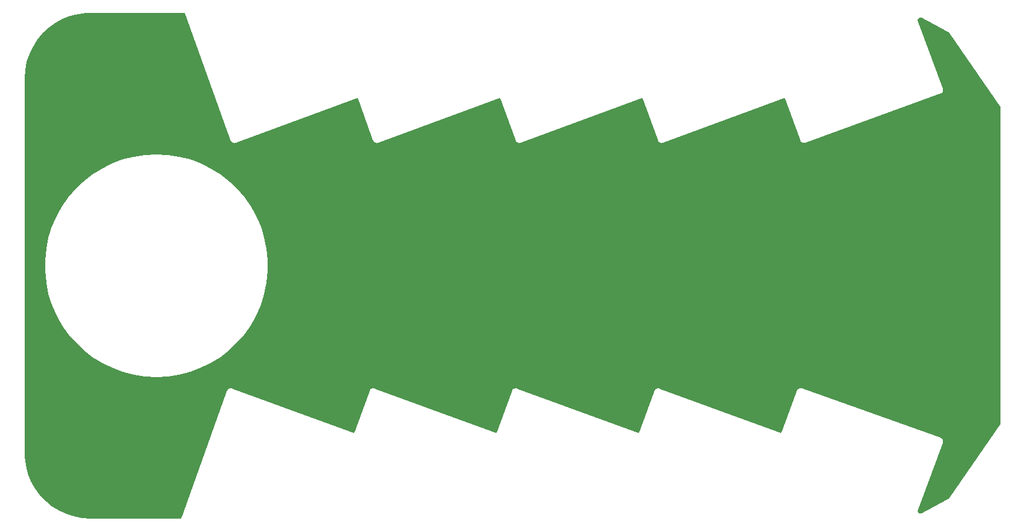
<source format=gbr>
%TF.GenerationSoftware,KiCad,Pcbnew,(5.1.8)-1*%
%TF.CreationDate,2023-04-23T23:39:47+09:00*%
%TF.ProjectId,face,66616365-2e6b-4696-9361-645f70636258,rev?*%
%TF.SameCoordinates,Original*%
%TF.FileFunction,Copper,L1,Top*%
%TF.FilePolarity,Positive*%
%FSLAX46Y46*%
G04 Gerber Fmt 4.6, Leading zero omitted, Abs format (unit mm)*
G04 Created by KiCad (PCBNEW (5.1.8)-1) date 2023-04-23 23:39:47*
%MOMM*%
%LPD*%
G01*
G04 APERTURE LIST*
%TA.AperFunction,ViaPad*%
%ADD10C,2.400000*%
%TD*%
%TA.AperFunction,Conductor*%
%ADD11C,0.254000*%
%TD*%
%TA.AperFunction,Conductor*%
%ADD12C,0.100000*%
%TD*%
G04 APERTURE END LIST*
D10*
%TO.N,GND*%
X72500000Y-67000000D03*
X72500000Y-129000000D03*
X202000000Y-75000000D03*
X202000000Y-121000000D03*
%TD*%
D11*
%TO.N,GND*%
X89865424Y-61669580D02*
X89928356Y-61688580D01*
X89986405Y-61719445D01*
X90024576Y-61750577D01*
X96568655Y-79994675D01*
X96577458Y-80028617D01*
X96604619Y-80084827D01*
X96631429Y-80141398D01*
X96632930Y-80143419D01*
X96634021Y-80145676D01*
X96671608Y-80195484D01*
X96708958Y-80245760D01*
X96710824Y-80247448D01*
X96712335Y-80249451D01*
X96758970Y-80291017D01*
X96805356Y-80332992D01*
X96807512Y-80334282D01*
X96809388Y-80335954D01*
X96863269Y-80367642D01*
X96916921Y-80399742D01*
X96919288Y-80400587D01*
X96921453Y-80401860D01*
X96980512Y-80422438D01*
X97039365Y-80443444D01*
X97041847Y-80443810D01*
X97044223Y-80444638D01*
X97106130Y-80453294D01*
X97167980Y-80462419D01*
X97170493Y-80462294D01*
X97172978Y-80462641D01*
X97235315Y-80459058D01*
X97297827Y-80455938D01*
X97300266Y-80455325D01*
X97302772Y-80455181D01*
X97363209Y-80439506D01*
X97423915Y-80424249D01*
X97455613Y-80409226D01*
X114906802Y-74000600D01*
X117068801Y-79995237D01*
X117077458Y-80028617D01*
X117104820Y-80085244D01*
X117132022Y-80142384D01*
X117133182Y-80143940D01*
X117134021Y-80145676D01*
X117171926Y-80195905D01*
X117209732Y-80246611D01*
X117211171Y-80247909D01*
X117212335Y-80249451D01*
X117259376Y-80291379D01*
X117306281Y-80333676D01*
X117307944Y-80334667D01*
X117309388Y-80335954D01*
X117363759Y-80367930D01*
X117417962Y-80400232D01*
X117419785Y-80400879D01*
X117421453Y-80401860D01*
X117481040Y-80422623D01*
X117540481Y-80443722D01*
X117542395Y-80444001D01*
X117544223Y-80444638D01*
X117606723Y-80453377D01*
X117669130Y-80462473D01*
X117671063Y-80462373D01*
X117672978Y-80462641D01*
X117735934Y-80459023D01*
X117798965Y-80455767D01*
X117800841Y-80455292D01*
X117802772Y-80455181D01*
X117863803Y-80439352D01*
X117924998Y-80423859D01*
X117956146Y-80409030D01*
X135406802Y-74000600D01*
X137568801Y-79995237D01*
X137577458Y-80028617D01*
X137604820Y-80085244D01*
X137632022Y-80142384D01*
X137633182Y-80143940D01*
X137634021Y-80145676D01*
X137671926Y-80195905D01*
X137709732Y-80246611D01*
X137711171Y-80247909D01*
X137712335Y-80249451D01*
X137759376Y-80291379D01*
X137806281Y-80333676D01*
X137807944Y-80334667D01*
X137809388Y-80335954D01*
X137863759Y-80367930D01*
X137917962Y-80400232D01*
X137919785Y-80400879D01*
X137921453Y-80401860D01*
X137981040Y-80422623D01*
X138040481Y-80443722D01*
X138042395Y-80444001D01*
X138044223Y-80444638D01*
X138106723Y-80453377D01*
X138169130Y-80462473D01*
X138171063Y-80462373D01*
X138172978Y-80462641D01*
X138235934Y-80459023D01*
X138298965Y-80455767D01*
X138300841Y-80455292D01*
X138302772Y-80455181D01*
X138363803Y-80439352D01*
X138424998Y-80423859D01*
X138456146Y-80409030D01*
X155906802Y-74000600D01*
X158068801Y-79995237D01*
X158077458Y-80028617D01*
X158104820Y-80085244D01*
X158132022Y-80142384D01*
X158133182Y-80143940D01*
X158134021Y-80145676D01*
X158171926Y-80195905D01*
X158209732Y-80246611D01*
X158211171Y-80247909D01*
X158212335Y-80249451D01*
X158259376Y-80291379D01*
X158306281Y-80333676D01*
X158307944Y-80334667D01*
X158309388Y-80335954D01*
X158363759Y-80367930D01*
X158417962Y-80400232D01*
X158419785Y-80400879D01*
X158421453Y-80401860D01*
X158481040Y-80422623D01*
X158540481Y-80443722D01*
X158542395Y-80444001D01*
X158544223Y-80444638D01*
X158606723Y-80453377D01*
X158669130Y-80462473D01*
X158671063Y-80462373D01*
X158672978Y-80462641D01*
X158735934Y-80459023D01*
X158798965Y-80455767D01*
X158800841Y-80455292D01*
X158802772Y-80455181D01*
X158863803Y-80439352D01*
X158924998Y-80423859D01*
X158956146Y-80409030D01*
X176406802Y-74000600D01*
X178568490Y-79994376D01*
X178576829Y-80026898D01*
X178604398Y-80084357D01*
X178632022Y-80142384D01*
X178632632Y-80143202D01*
X178633069Y-80144113D01*
X178671334Y-80195110D01*
X178709732Y-80246611D01*
X178710488Y-80247293D01*
X178711096Y-80248103D01*
X178758686Y-80290756D01*
X178806281Y-80333676D01*
X178807153Y-80334196D01*
X178807910Y-80334874D01*
X178863005Y-80367481D01*
X178917962Y-80400232D01*
X178918919Y-80400572D01*
X178919793Y-80401089D01*
X178980137Y-80422302D01*
X179040481Y-80443722D01*
X179041487Y-80443869D01*
X179042444Y-80444205D01*
X179105746Y-80453235D01*
X179169130Y-80462473D01*
X179170145Y-80462421D01*
X179171150Y-80462564D01*
X179234999Y-80459071D01*
X179298965Y-80455767D01*
X179299951Y-80455517D01*
X179300963Y-80455462D01*
X179362979Y-80439560D01*
X179424998Y-80423859D01*
X179455317Y-80409425D01*
X198896560Y-73330820D01*
X198929306Y-73322288D01*
X198986274Y-73294683D01*
X199044113Y-73266932D01*
X199045151Y-73266153D01*
X199046303Y-73265595D01*
X199096835Y-73227373D01*
X199148103Y-73188905D01*
X199148968Y-73187940D01*
X199149990Y-73187167D01*
X199192187Y-73139718D01*
X199234873Y-73092091D01*
X199235531Y-73090980D01*
X199236386Y-73090018D01*
X199268565Y-73035162D01*
X199301089Y-72980208D01*
X199301518Y-72978989D01*
X199302168Y-72977880D01*
X199323045Y-72917752D01*
X199344205Y-72857557D01*
X199344387Y-72856281D01*
X199344810Y-72855063D01*
X199353576Y-72791860D01*
X199362564Y-72728851D01*
X199362494Y-72727566D01*
X199362671Y-72726288D01*
X199358938Y-72662567D01*
X199355462Y-72599037D01*
X199355143Y-72597791D01*
X199355067Y-72596502D01*
X199338937Y-72534590D01*
X199323170Y-72473102D01*
X199308530Y-72442590D01*
X195689390Y-62621009D01*
X195702555Y-62577405D01*
X195732034Y-62521962D01*
X195771715Y-62473309D01*
X195820098Y-62433282D01*
X195875327Y-62403420D01*
X195935313Y-62384851D01*
X195997749Y-62378289D01*
X196060285Y-62383980D01*
X196131502Y-62404940D01*
X200045657Y-64505219D01*
X207340000Y-75203591D01*
X207340001Y-120796408D01*
X200045657Y-131494781D01*
X196138089Y-133591526D01*
X196071072Y-133613771D01*
X196008772Y-133621599D01*
X195946140Y-133617179D01*
X195885557Y-133600676D01*
X195829336Y-133572721D01*
X195779614Y-133534379D01*
X195738288Y-133487110D01*
X195706928Y-133432712D01*
X195689020Y-133379995D01*
X199309453Y-123554908D01*
X199324979Y-123521867D01*
X199339656Y-123462649D01*
X199355067Y-123403498D01*
X199355299Y-123399532D01*
X199356255Y-123395676D01*
X199359099Y-123334684D01*
X199362671Y-123273712D01*
X199362125Y-123269776D01*
X199362310Y-123265809D01*
X199353204Y-123205453D01*
X199344810Y-123144937D01*
X199343506Y-123141182D01*
X199342914Y-123137256D01*
X199322191Y-123079790D01*
X199302168Y-123022120D01*
X199300160Y-123018697D01*
X199298811Y-123014956D01*
X199267253Y-122962601D01*
X199236386Y-122909982D01*
X199233749Y-122907016D01*
X199231696Y-122903611D01*
X199190509Y-122858395D01*
X199149990Y-122812833D01*
X199146828Y-122810442D01*
X199144148Y-122807499D01*
X199094916Y-122771176D01*
X199046303Y-122734405D01*
X199042735Y-122732676D01*
X199039532Y-122730313D01*
X198984145Y-122704285D01*
X198929306Y-122677712D01*
X198893983Y-122668509D01*
X178952911Y-115589429D01*
X178924998Y-115576141D01*
X178891812Y-115567739D01*
X178890248Y-115567184D01*
X178860358Y-115559776D01*
X178798965Y-115544233D01*
X178797297Y-115544147D01*
X178795676Y-115543745D01*
X178732370Y-115540793D01*
X178669130Y-115537527D01*
X178667478Y-115537768D01*
X178665810Y-115537690D01*
X178603210Y-115547135D01*
X178540481Y-115556278D01*
X178538905Y-115556837D01*
X178537257Y-115557086D01*
X178477694Y-115578565D01*
X178417962Y-115599768D01*
X178416528Y-115600622D01*
X178414957Y-115601189D01*
X178360721Y-115633880D01*
X178306281Y-115666324D01*
X178305039Y-115667444D01*
X178303612Y-115668304D01*
X178256839Y-115710909D01*
X178209732Y-115753389D01*
X178208733Y-115754729D01*
X178207500Y-115755852D01*
X178169987Y-115806696D01*
X178132022Y-115857616D01*
X178131301Y-115859130D01*
X178130314Y-115860468D01*
X178103489Y-115917553D01*
X178090142Y-115945589D01*
X178089574Y-115947164D01*
X178075021Y-115978133D01*
X178067587Y-116008129D01*
X175906802Y-121999400D01*
X158456146Y-115590970D01*
X158424998Y-115576141D01*
X158363803Y-115560648D01*
X158302772Y-115544819D01*
X158300841Y-115544708D01*
X158298965Y-115544233D01*
X158235934Y-115540977D01*
X158172978Y-115537359D01*
X158171063Y-115537627D01*
X158169130Y-115537527D01*
X158106723Y-115546623D01*
X158044223Y-115555362D01*
X158042395Y-115555999D01*
X158040481Y-115556278D01*
X157981040Y-115577377D01*
X157921453Y-115598140D01*
X157919785Y-115599121D01*
X157917962Y-115599768D01*
X157863759Y-115632070D01*
X157809388Y-115664046D01*
X157807944Y-115665333D01*
X157806281Y-115666324D01*
X157759376Y-115708621D01*
X157712335Y-115750549D01*
X157711171Y-115752091D01*
X157709732Y-115753389D01*
X157671926Y-115804095D01*
X157634021Y-115854324D01*
X157633182Y-115856060D01*
X157632022Y-115857616D01*
X157604820Y-115914756D01*
X157577458Y-115971383D01*
X157568801Y-116004763D01*
X155406802Y-121999400D01*
X137956146Y-115590970D01*
X137924998Y-115576141D01*
X137863803Y-115560648D01*
X137802772Y-115544819D01*
X137800841Y-115544708D01*
X137798965Y-115544233D01*
X137735934Y-115540977D01*
X137672978Y-115537359D01*
X137671063Y-115537627D01*
X137669130Y-115537527D01*
X137606723Y-115546623D01*
X137544223Y-115555362D01*
X137542395Y-115555999D01*
X137540481Y-115556278D01*
X137481040Y-115577377D01*
X137421453Y-115598140D01*
X137419785Y-115599121D01*
X137417962Y-115599768D01*
X137363759Y-115632070D01*
X137309388Y-115664046D01*
X137307944Y-115665333D01*
X137306281Y-115666324D01*
X137259376Y-115708621D01*
X137212335Y-115750549D01*
X137211171Y-115752091D01*
X137209732Y-115753389D01*
X137171926Y-115804095D01*
X137134021Y-115854324D01*
X137133182Y-115856060D01*
X137132022Y-115857616D01*
X137104820Y-115914756D01*
X137077458Y-115971383D01*
X137068801Y-116004763D01*
X134906802Y-121999400D01*
X117456146Y-115590970D01*
X117424998Y-115576141D01*
X117363803Y-115560648D01*
X117302772Y-115544819D01*
X117300841Y-115544708D01*
X117298965Y-115544233D01*
X117235934Y-115540977D01*
X117172978Y-115537359D01*
X117171063Y-115537627D01*
X117169130Y-115537527D01*
X117106723Y-115546623D01*
X117044223Y-115555362D01*
X117042395Y-115555999D01*
X117040481Y-115556278D01*
X116981040Y-115577377D01*
X116921453Y-115598140D01*
X116919785Y-115599121D01*
X116917962Y-115599768D01*
X116863759Y-115632070D01*
X116809388Y-115664046D01*
X116807944Y-115665333D01*
X116806281Y-115666324D01*
X116759376Y-115708621D01*
X116712335Y-115750549D01*
X116711171Y-115752091D01*
X116709732Y-115753389D01*
X116671926Y-115804095D01*
X116634021Y-115854324D01*
X116633182Y-115856060D01*
X116632022Y-115857616D01*
X116604820Y-115914756D01*
X116577458Y-115971383D01*
X116568801Y-116004763D01*
X114406802Y-121999400D01*
X96955613Y-115590774D01*
X96923915Y-115575751D01*
X96863209Y-115560494D01*
X96802772Y-115544819D01*
X96800266Y-115544675D01*
X96797827Y-115544062D01*
X96735315Y-115540942D01*
X96672978Y-115537359D01*
X96670493Y-115537706D01*
X96667980Y-115537581D01*
X96606130Y-115546706D01*
X96544223Y-115555362D01*
X96541847Y-115556190D01*
X96539365Y-115556556D01*
X96480512Y-115577562D01*
X96421453Y-115598140D01*
X96419288Y-115599413D01*
X96416921Y-115600258D01*
X96363269Y-115632358D01*
X96309388Y-115664046D01*
X96307512Y-115665718D01*
X96305356Y-115667008D01*
X96258997Y-115708959D01*
X96212335Y-115750549D01*
X96210824Y-115752552D01*
X96208958Y-115754240D01*
X96171608Y-115804516D01*
X96134021Y-115854324D01*
X96132930Y-115856581D01*
X96131429Y-115858602D01*
X96104619Y-115915173D01*
X96077458Y-115971383D01*
X96068655Y-116005325D01*
X89523826Y-134251516D01*
X89472124Y-134289536D01*
X89412601Y-134317457D01*
X89340712Y-134335288D01*
X89276001Y-134340000D01*
X76520747Y-134340000D01*
X75329552Y-134265056D01*
X74177556Y-134045302D01*
X73062199Y-133682900D01*
X72001048Y-133183560D01*
X71010856Y-132555165D01*
X70107220Y-131807612D01*
X69304412Y-130952708D01*
X68615078Y-130003922D01*
X68050097Y-128976227D01*
X67618373Y-127885813D01*
X67326719Y-126749897D01*
X67178429Y-125576058D01*
X67160000Y-124989642D01*
X67160000Y-97180496D01*
X69840767Y-97180496D01*
X69840767Y-98819504D01*
X70006583Y-100450101D01*
X70336512Y-102055558D01*
X70827171Y-103619399D01*
X71473523Y-105125577D01*
X72268936Y-106558638D01*
X73205249Y-107903875D01*
X74272853Y-109147485D01*
X75460793Y-110276706D01*
X76756880Y-111279952D01*
X78147814Y-112146928D01*
X79619322Y-112868737D01*
X81156305Y-113437973D01*
X82742990Y-113848794D01*
X84363097Y-114096986D01*
X86000000Y-114180000D01*
X87636903Y-114096986D01*
X89257010Y-113848794D01*
X90843695Y-113437973D01*
X92380678Y-112868737D01*
X93852186Y-112146928D01*
X95243120Y-111279952D01*
X96539207Y-110276706D01*
X97727147Y-109147485D01*
X98794751Y-107903875D01*
X99731064Y-106558638D01*
X100526477Y-105125577D01*
X101172829Y-103619399D01*
X101663488Y-102055558D01*
X101993417Y-100450101D01*
X102159233Y-98819504D01*
X102159233Y-97180496D01*
X101993417Y-95549899D01*
X101663488Y-93944442D01*
X101172829Y-92380601D01*
X100526477Y-90874423D01*
X99731064Y-89441362D01*
X98794751Y-88096125D01*
X97727147Y-86852515D01*
X96539207Y-85723294D01*
X95243120Y-84720048D01*
X93852186Y-83853072D01*
X92380678Y-83131263D01*
X90843695Y-82562027D01*
X89257010Y-82151206D01*
X87636903Y-81903014D01*
X86000000Y-81820000D01*
X84363097Y-81903014D01*
X82742990Y-82151206D01*
X81156305Y-82562027D01*
X79619322Y-83131263D01*
X78147814Y-83853072D01*
X76756880Y-84720048D01*
X75460793Y-85723294D01*
X74272853Y-86852515D01*
X73205249Y-88096125D01*
X72268936Y-89441362D01*
X71473523Y-90874423D01*
X70827171Y-92380601D01*
X70336512Y-93944442D01*
X70006583Y-95549899D01*
X69840767Y-97180496D01*
X67160000Y-97180496D01*
X67160000Y-71020747D01*
X67234944Y-69829551D01*
X67454698Y-68677556D01*
X67817100Y-67562199D01*
X68316441Y-66501045D01*
X68944836Y-65510854D01*
X69692383Y-64607224D01*
X70547292Y-63804412D01*
X71496079Y-63115078D01*
X72523774Y-62550097D01*
X73614186Y-62118373D01*
X74750103Y-61826719D01*
X75923941Y-61678429D01*
X76510358Y-61660000D01*
X89767721Y-61660000D01*
X89865424Y-61669580D01*
%TA.AperFunction,Conductor*%
D12*
G36*
X89865424Y-61669580D02*
G01*
X89928356Y-61688580D01*
X89986405Y-61719445D01*
X90024576Y-61750577D01*
X96568655Y-79994675D01*
X96577458Y-80028617D01*
X96604619Y-80084827D01*
X96631429Y-80141398D01*
X96632930Y-80143419D01*
X96634021Y-80145676D01*
X96671608Y-80195484D01*
X96708958Y-80245760D01*
X96710824Y-80247448D01*
X96712335Y-80249451D01*
X96758970Y-80291017D01*
X96805356Y-80332992D01*
X96807512Y-80334282D01*
X96809388Y-80335954D01*
X96863269Y-80367642D01*
X96916921Y-80399742D01*
X96919288Y-80400587D01*
X96921453Y-80401860D01*
X96980512Y-80422438D01*
X97039365Y-80443444D01*
X97041847Y-80443810D01*
X97044223Y-80444638D01*
X97106130Y-80453294D01*
X97167980Y-80462419D01*
X97170493Y-80462294D01*
X97172978Y-80462641D01*
X97235315Y-80459058D01*
X97297827Y-80455938D01*
X97300266Y-80455325D01*
X97302772Y-80455181D01*
X97363209Y-80439506D01*
X97423915Y-80424249D01*
X97455613Y-80409226D01*
X114906802Y-74000600D01*
X117068801Y-79995237D01*
X117077458Y-80028617D01*
X117104820Y-80085244D01*
X117132022Y-80142384D01*
X117133182Y-80143940D01*
X117134021Y-80145676D01*
X117171926Y-80195905D01*
X117209732Y-80246611D01*
X117211171Y-80247909D01*
X117212335Y-80249451D01*
X117259376Y-80291379D01*
X117306281Y-80333676D01*
X117307944Y-80334667D01*
X117309388Y-80335954D01*
X117363759Y-80367930D01*
X117417962Y-80400232D01*
X117419785Y-80400879D01*
X117421453Y-80401860D01*
X117481040Y-80422623D01*
X117540481Y-80443722D01*
X117542395Y-80444001D01*
X117544223Y-80444638D01*
X117606723Y-80453377D01*
X117669130Y-80462473D01*
X117671063Y-80462373D01*
X117672978Y-80462641D01*
X117735934Y-80459023D01*
X117798965Y-80455767D01*
X117800841Y-80455292D01*
X117802772Y-80455181D01*
X117863803Y-80439352D01*
X117924998Y-80423859D01*
X117956146Y-80409030D01*
X135406802Y-74000600D01*
X137568801Y-79995237D01*
X137577458Y-80028617D01*
X137604820Y-80085244D01*
X137632022Y-80142384D01*
X137633182Y-80143940D01*
X137634021Y-80145676D01*
X137671926Y-80195905D01*
X137709732Y-80246611D01*
X137711171Y-80247909D01*
X137712335Y-80249451D01*
X137759376Y-80291379D01*
X137806281Y-80333676D01*
X137807944Y-80334667D01*
X137809388Y-80335954D01*
X137863759Y-80367930D01*
X137917962Y-80400232D01*
X137919785Y-80400879D01*
X137921453Y-80401860D01*
X137981040Y-80422623D01*
X138040481Y-80443722D01*
X138042395Y-80444001D01*
X138044223Y-80444638D01*
X138106723Y-80453377D01*
X138169130Y-80462473D01*
X138171063Y-80462373D01*
X138172978Y-80462641D01*
X138235934Y-80459023D01*
X138298965Y-80455767D01*
X138300841Y-80455292D01*
X138302772Y-80455181D01*
X138363803Y-80439352D01*
X138424998Y-80423859D01*
X138456146Y-80409030D01*
X155906802Y-74000600D01*
X158068801Y-79995237D01*
X158077458Y-80028617D01*
X158104820Y-80085244D01*
X158132022Y-80142384D01*
X158133182Y-80143940D01*
X158134021Y-80145676D01*
X158171926Y-80195905D01*
X158209732Y-80246611D01*
X158211171Y-80247909D01*
X158212335Y-80249451D01*
X158259376Y-80291379D01*
X158306281Y-80333676D01*
X158307944Y-80334667D01*
X158309388Y-80335954D01*
X158363759Y-80367930D01*
X158417962Y-80400232D01*
X158419785Y-80400879D01*
X158421453Y-80401860D01*
X158481040Y-80422623D01*
X158540481Y-80443722D01*
X158542395Y-80444001D01*
X158544223Y-80444638D01*
X158606723Y-80453377D01*
X158669130Y-80462473D01*
X158671063Y-80462373D01*
X158672978Y-80462641D01*
X158735934Y-80459023D01*
X158798965Y-80455767D01*
X158800841Y-80455292D01*
X158802772Y-80455181D01*
X158863803Y-80439352D01*
X158924998Y-80423859D01*
X158956146Y-80409030D01*
X176406802Y-74000600D01*
X178568490Y-79994376D01*
X178576829Y-80026898D01*
X178604398Y-80084357D01*
X178632022Y-80142384D01*
X178632632Y-80143202D01*
X178633069Y-80144113D01*
X178671334Y-80195110D01*
X178709732Y-80246611D01*
X178710488Y-80247293D01*
X178711096Y-80248103D01*
X178758686Y-80290756D01*
X178806281Y-80333676D01*
X178807153Y-80334196D01*
X178807910Y-80334874D01*
X178863005Y-80367481D01*
X178917962Y-80400232D01*
X178918919Y-80400572D01*
X178919793Y-80401089D01*
X178980137Y-80422302D01*
X179040481Y-80443722D01*
X179041487Y-80443869D01*
X179042444Y-80444205D01*
X179105746Y-80453235D01*
X179169130Y-80462473D01*
X179170145Y-80462421D01*
X179171150Y-80462564D01*
X179234999Y-80459071D01*
X179298965Y-80455767D01*
X179299951Y-80455517D01*
X179300963Y-80455462D01*
X179362979Y-80439560D01*
X179424998Y-80423859D01*
X179455317Y-80409425D01*
X198896560Y-73330820D01*
X198929306Y-73322288D01*
X198986274Y-73294683D01*
X199044113Y-73266932D01*
X199045151Y-73266153D01*
X199046303Y-73265595D01*
X199096835Y-73227373D01*
X199148103Y-73188905D01*
X199148968Y-73187940D01*
X199149990Y-73187167D01*
X199192187Y-73139718D01*
X199234873Y-73092091D01*
X199235531Y-73090980D01*
X199236386Y-73090018D01*
X199268565Y-73035162D01*
X199301089Y-72980208D01*
X199301518Y-72978989D01*
X199302168Y-72977880D01*
X199323045Y-72917752D01*
X199344205Y-72857557D01*
X199344387Y-72856281D01*
X199344810Y-72855063D01*
X199353576Y-72791860D01*
X199362564Y-72728851D01*
X199362494Y-72727566D01*
X199362671Y-72726288D01*
X199358938Y-72662567D01*
X199355462Y-72599037D01*
X199355143Y-72597791D01*
X199355067Y-72596502D01*
X199338937Y-72534590D01*
X199323170Y-72473102D01*
X199308530Y-72442590D01*
X195689390Y-62621009D01*
X195702555Y-62577405D01*
X195732034Y-62521962D01*
X195771715Y-62473309D01*
X195820098Y-62433282D01*
X195875327Y-62403420D01*
X195935313Y-62384851D01*
X195997749Y-62378289D01*
X196060285Y-62383980D01*
X196131502Y-62404940D01*
X200045657Y-64505219D01*
X207340000Y-75203591D01*
X207340001Y-120796408D01*
X200045657Y-131494781D01*
X196138089Y-133591526D01*
X196071072Y-133613771D01*
X196008772Y-133621599D01*
X195946140Y-133617179D01*
X195885557Y-133600676D01*
X195829336Y-133572721D01*
X195779614Y-133534379D01*
X195738288Y-133487110D01*
X195706928Y-133432712D01*
X195689020Y-133379995D01*
X199309453Y-123554908D01*
X199324979Y-123521867D01*
X199339656Y-123462649D01*
X199355067Y-123403498D01*
X199355299Y-123399532D01*
X199356255Y-123395676D01*
X199359099Y-123334684D01*
X199362671Y-123273712D01*
X199362125Y-123269776D01*
X199362310Y-123265809D01*
X199353204Y-123205453D01*
X199344810Y-123144937D01*
X199343506Y-123141182D01*
X199342914Y-123137256D01*
X199322191Y-123079790D01*
X199302168Y-123022120D01*
X199300160Y-123018697D01*
X199298811Y-123014956D01*
X199267253Y-122962601D01*
X199236386Y-122909982D01*
X199233749Y-122907016D01*
X199231696Y-122903611D01*
X199190509Y-122858395D01*
X199149990Y-122812833D01*
X199146828Y-122810442D01*
X199144148Y-122807499D01*
X199094916Y-122771176D01*
X199046303Y-122734405D01*
X199042735Y-122732676D01*
X199039532Y-122730313D01*
X198984145Y-122704285D01*
X198929306Y-122677712D01*
X198893983Y-122668509D01*
X178952911Y-115589429D01*
X178924998Y-115576141D01*
X178891812Y-115567739D01*
X178890248Y-115567184D01*
X178860358Y-115559776D01*
X178798965Y-115544233D01*
X178797297Y-115544147D01*
X178795676Y-115543745D01*
X178732370Y-115540793D01*
X178669130Y-115537527D01*
X178667478Y-115537768D01*
X178665810Y-115537690D01*
X178603210Y-115547135D01*
X178540481Y-115556278D01*
X178538905Y-115556837D01*
X178537257Y-115557086D01*
X178477694Y-115578565D01*
X178417962Y-115599768D01*
X178416528Y-115600622D01*
X178414957Y-115601189D01*
X178360721Y-115633880D01*
X178306281Y-115666324D01*
X178305039Y-115667444D01*
X178303612Y-115668304D01*
X178256839Y-115710909D01*
X178209732Y-115753389D01*
X178208733Y-115754729D01*
X178207500Y-115755852D01*
X178169987Y-115806696D01*
X178132022Y-115857616D01*
X178131301Y-115859130D01*
X178130314Y-115860468D01*
X178103489Y-115917553D01*
X178090142Y-115945589D01*
X178089574Y-115947164D01*
X178075021Y-115978133D01*
X178067587Y-116008129D01*
X175906802Y-121999400D01*
X158456146Y-115590970D01*
X158424998Y-115576141D01*
X158363803Y-115560648D01*
X158302772Y-115544819D01*
X158300841Y-115544708D01*
X158298965Y-115544233D01*
X158235934Y-115540977D01*
X158172978Y-115537359D01*
X158171063Y-115537627D01*
X158169130Y-115537527D01*
X158106723Y-115546623D01*
X158044223Y-115555362D01*
X158042395Y-115555999D01*
X158040481Y-115556278D01*
X157981040Y-115577377D01*
X157921453Y-115598140D01*
X157919785Y-115599121D01*
X157917962Y-115599768D01*
X157863759Y-115632070D01*
X157809388Y-115664046D01*
X157807944Y-115665333D01*
X157806281Y-115666324D01*
X157759376Y-115708621D01*
X157712335Y-115750549D01*
X157711171Y-115752091D01*
X157709732Y-115753389D01*
X157671926Y-115804095D01*
X157634021Y-115854324D01*
X157633182Y-115856060D01*
X157632022Y-115857616D01*
X157604820Y-115914756D01*
X157577458Y-115971383D01*
X157568801Y-116004763D01*
X155406802Y-121999400D01*
X137956146Y-115590970D01*
X137924998Y-115576141D01*
X137863803Y-115560648D01*
X137802772Y-115544819D01*
X137800841Y-115544708D01*
X137798965Y-115544233D01*
X137735934Y-115540977D01*
X137672978Y-115537359D01*
X137671063Y-115537627D01*
X137669130Y-115537527D01*
X137606723Y-115546623D01*
X137544223Y-115555362D01*
X137542395Y-115555999D01*
X137540481Y-115556278D01*
X137481040Y-115577377D01*
X137421453Y-115598140D01*
X137419785Y-115599121D01*
X137417962Y-115599768D01*
X137363759Y-115632070D01*
X137309388Y-115664046D01*
X137307944Y-115665333D01*
X137306281Y-115666324D01*
X137259376Y-115708621D01*
X137212335Y-115750549D01*
X137211171Y-115752091D01*
X137209732Y-115753389D01*
X137171926Y-115804095D01*
X137134021Y-115854324D01*
X137133182Y-115856060D01*
X137132022Y-115857616D01*
X137104820Y-115914756D01*
X137077458Y-115971383D01*
X137068801Y-116004763D01*
X134906802Y-121999400D01*
X117456146Y-115590970D01*
X117424998Y-115576141D01*
X117363803Y-115560648D01*
X117302772Y-115544819D01*
X117300841Y-115544708D01*
X117298965Y-115544233D01*
X117235934Y-115540977D01*
X117172978Y-115537359D01*
X117171063Y-115537627D01*
X117169130Y-115537527D01*
X117106723Y-115546623D01*
X117044223Y-115555362D01*
X117042395Y-115555999D01*
X117040481Y-115556278D01*
X116981040Y-115577377D01*
X116921453Y-115598140D01*
X116919785Y-115599121D01*
X116917962Y-115599768D01*
X116863759Y-115632070D01*
X116809388Y-115664046D01*
X116807944Y-115665333D01*
X116806281Y-115666324D01*
X116759376Y-115708621D01*
X116712335Y-115750549D01*
X116711171Y-115752091D01*
X116709732Y-115753389D01*
X116671926Y-115804095D01*
X116634021Y-115854324D01*
X116633182Y-115856060D01*
X116632022Y-115857616D01*
X116604820Y-115914756D01*
X116577458Y-115971383D01*
X116568801Y-116004763D01*
X114406802Y-121999400D01*
X96955613Y-115590774D01*
X96923915Y-115575751D01*
X96863209Y-115560494D01*
X96802772Y-115544819D01*
X96800266Y-115544675D01*
X96797827Y-115544062D01*
X96735315Y-115540942D01*
X96672978Y-115537359D01*
X96670493Y-115537706D01*
X96667980Y-115537581D01*
X96606130Y-115546706D01*
X96544223Y-115555362D01*
X96541847Y-115556190D01*
X96539365Y-115556556D01*
X96480512Y-115577562D01*
X96421453Y-115598140D01*
X96419288Y-115599413D01*
X96416921Y-115600258D01*
X96363269Y-115632358D01*
X96309388Y-115664046D01*
X96307512Y-115665718D01*
X96305356Y-115667008D01*
X96258997Y-115708959D01*
X96212335Y-115750549D01*
X96210824Y-115752552D01*
X96208958Y-115754240D01*
X96171608Y-115804516D01*
X96134021Y-115854324D01*
X96132930Y-115856581D01*
X96131429Y-115858602D01*
X96104619Y-115915173D01*
X96077458Y-115971383D01*
X96068655Y-116005325D01*
X89523826Y-134251516D01*
X89472124Y-134289536D01*
X89412601Y-134317457D01*
X89340712Y-134335288D01*
X89276001Y-134340000D01*
X76520747Y-134340000D01*
X75329552Y-134265056D01*
X74177556Y-134045302D01*
X73062199Y-133682900D01*
X72001048Y-133183560D01*
X71010856Y-132555165D01*
X70107220Y-131807612D01*
X69304412Y-130952708D01*
X68615078Y-130003922D01*
X68050097Y-128976227D01*
X67618373Y-127885813D01*
X67326719Y-126749897D01*
X67178429Y-125576058D01*
X67160000Y-124989642D01*
X67160000Y-97180496D01*
X69840767Y-97180496D01*
X69840767Y-98819504D01*
X70006583Y-100450101D01*
X70336512Y-102055558D01*
X70827171Y-103619399D01*
X71473523Y-105125577D01*
X72268936Y-106558638D01*
X73205249Y-107903875D01*
X74272853Y-109147485D01*
X75460793Y-110276706D01*
X76756880Y-111279952D01*
X78147814Y-112146928D01*
X79619322Y-112868737D01*
X81156305Y-113437973D01*
X82742990Y-113848794D01*
X84363097Y-114096986D01*
X86000000Y-114180000D01*
X87636903Y-114096986D01*
X89257010Y-113848794D01*
X90843695Y-113437973D01*
X92380678Y-112868737D01*
X93852186Y-112146928D01*
X95243120Y-111279952D01*
X96539207Y-110276706D01*
X97727147Y-109147485D01*
X98794751Y-107903875D01*
X99731064Y-106558638D01*
X100526477Y-105125577D01*
X101172829Y-103619399D01*
X101663488Y-102055558D01*
X101993417Y-100450101D01*
X102159233Y-98819504D01*
X102159233Y-97180496D01*
X101993417Y-95549899D01*
X101663488Y-93944442D01*
X101172829Y-92380601D01*
X100526477Y-90874423D01*
X99731064Y-89441362D01*
X98794751Y-88096125D01*
X97727147Y-86852515D01*
X96539207Y-85723294D01*
X95243120Y-84720048D01*
X93852186Y-83853072D01*
X92380678Y-83131263D01*
X90843695Y-82562027D01*
X89257010Y-82151206D01*
X87636903Y-81903014D01*
X86000000Y-81820000D01*
X84363097Y-81903014D01*
X82742990Y-82151206D01*
X81156305Y-82562027D01*
X79619322Y-83131263D01*
X78147814Y-83853072D01*
X76756880Y-84720048D01*
X75460793Y-85723294D01*
X74272853Y-86852515D01*
X73205249Y-88096125D01*
X72268936Y-89441362D01*
X71473523Y-90874423D01*
X70827171Y-92380601D01*
X70336512Y-93944442D01*
X70006583Y-95549899D01*
X69840767Y-97180496D01*
X67160000Y-97180496D01*
X67160000Y-71020747D01*
X67234944Y-69829551D01*
X67454698Y-68677556D01*
X67817100Y-67562199D01*
X68316441Y-66501045D01*
X68944836Y-65510854D01*
X69692383Y-64607224D01*
X70547292Y-63804412D01*
X71496079Y-63115078D01*
X72523774Y-62550097D01*
X73614186Y-62118373D01*
X74750103Y-61826719D01*
X75923941Y-61678429D01*
X76510358Y-61660000D01*
X89767721Y-61660000D01*
X89865424Y-61669580D01*
G37*
%TD.AperFunction*%
%TD*%
M02*

</source>
